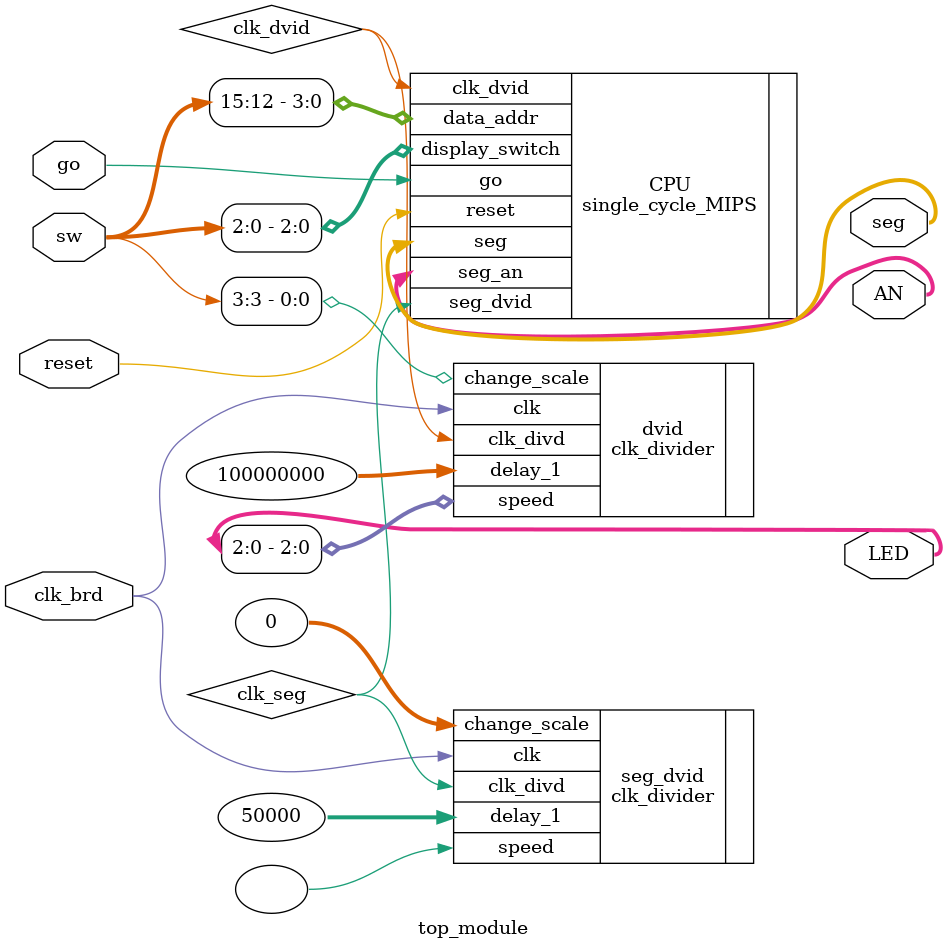
<source format=v>
`timescale 1ns / 1ps


module top_module(
    input clk_brd,
    input reset,
    input go,
    input [15:0]sw,
    output [7:0]seg,
    output [7:0]AN,
    output [6:0]LED
    );
    
    wire clk_dvid;
    wire clk_seg;
    
    /* 100MHz */
    clk_divider dvid(.clk(clk_brd), .change_scale(sw[3]), .delay_1(100_000_000), .clk_divd(clk_dvid), .speed(LED[2:0]));  // best: 3_000_000
    clk_divider seg_dvid(.clk(clk_brd), .change_scale(0), .delay_1(50_000), .clk_divd(clk_seg),.speed()); 
    single_cycle_MIPS CPU(
        .data_addr(sw[15:12]),
        .clk_dvid(clk_dvid),
        .seg_dvid(clk_seg),
        .go(go),
        .reset(reset),
        .display_switch(sw[2:0]),
        .seg_an(AN),
        .seg(seg)
        );
endmodule

</source>
